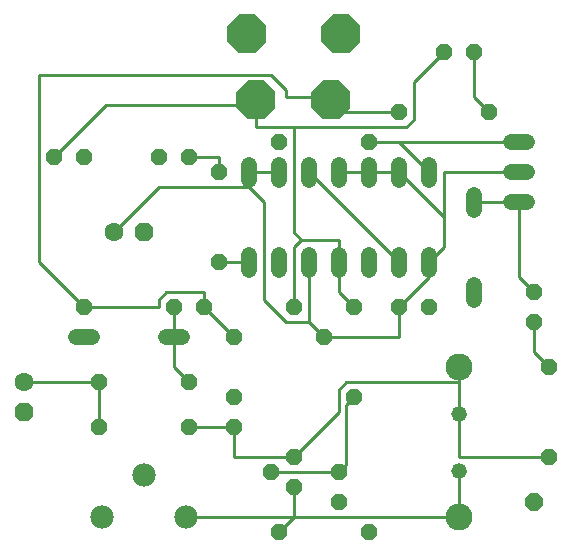
<source format=gtl>
G75*
%MOIN*%
%OFA0B0*%
%FSLAX24Y24*%
%IPPOS*%
%LPD*%
%AMOC8*
5,1,8,0,0,1.08239X$1,22.5*
%
%ADD10C,0.0780*%
%ADD11OC8,0.0520*%
%ADD12OC8,0.0630*%
%ADD13C,0.0630*%
%ADD14C,0.0520*%
%ADD15OC8,0.1300*%
%ADD16C,0.0900*%
%ADD17C,0.0520*%
%ADD18OC8,0.0600*%
%ADD19C,0.0100*%
D10*
X005280Y002180D03*
X006680Y003580D03*
X008080Y002180D03*
D11*
X010930Y003680D03*
X011680Y003180D03*
X011680Y004180D03*
X013180Y003680D03*
X013180Y002680D03*
X014180Y001680D03*
X011180Y001680D03*
X009680Y005180D03*
X009680Y006180D03*
X008180Y006680D03*
X009680Y008180D03*
X008680Y009180D03*
X007680Y009180D03*
X009180Y010680D03*
X011680Y009180D03*
X012680Y008180D03*
X013680Y009180D03*
X015180Y009180D03*
X016180Y009180D03*
X019680Y008680D03*
X019680Y009680D03*
X020180Y007180D03*
X020180Y004180D03*
X013680Y006180D03*
X008180Y005180D03*
X005180Y005180D03*
X005180Y006680D03*
X004680Y009180D03*
X009180Y013680D03*
X008180Y014180D03*
X007180Y014180D03*
X004680Y014180D03*
X003680Y014180D03*
X011180Y014680D03*
X014180Y014680D03*
X015180Y015680D03*
X016680Y017680D03*
X017680Y017680D03*
X018180Y015680D03*
D12*
X006680Y011680D03*
X002680Y005680D03*
D13*
X002680Y006680D03*
X005680Y011680D03*
D14*
X004940Y008180D02*
X004420Y008180D01*
X007420Y008180D02*
X007940Y008180D01*
X010180Y010420D02*
X010180Y010940D01*
X011180Y010940D02*
X011180Y010420D01*
X012180Y010420D02*
X012180Y010940D01*
X013180Y010940D02*
X013180Y010420D01*
X014180Y010420D02*
X014180Y010940D01*
X015180Y010940D02*
X015180Y010420D01*
X016180Y010420D02*
X016180Y010940D01*
X017680Y009940D02*
X017680Y009420D01*
X017680Y012420D02*
X017680Y012940D01*
X018920Y012680D02*
X019440Y012680D01*
X019440Y013680D02*
X018920Y013680D01*
X018920Y014680D02*
X019440Y014680D01*
X016180Y013940D02*
X016180Y013420D01*
X015180Y013420D02*
X015180Y013940D01*
X014180Y013940D02*
X014180Y013420D01*
X013180Y013420D02*
X013180Y013940D01*
X012180Y013940D02*
X012180Y013420D01*
X011180Y013420D02*
X011180Y013940D01*
X010180Y013940D02*
X010180Y013420D01*
D15*
X010430Y016080D03*
X010118Y018280D03*
X012930Y016080D03*
X013243Y018280D03*
D16*
X017180Y007180D03*
X017180Y002180D03*
D17*
X017180Y003730D03*
X017180Y005630D03*
D18*
X019680Y002680D03*
D19*
X020180Y004180D02*
X017180Y004180D01*
X017180Y005630D01*
X017180Y006680D01*
X013430Y006680D01*
X013180Y006430D01*
X013180Y005680D01*
X011680Y004180D01*
X009680Y004180D01*
X009680Y005180D01*
X008180Y005180D01*
X008180Y006680D02*
X007680Y007180D01*
X007680Y008180D01*
X007680Y009180D01*
X007180Y009180D02*
X007180Y009430D01*
X007430Y009680D01*
X008680Y009680D01*
X008680Y009180D01*
X009680Y008180D01*
X010680Y009430D02*
X011430Y008680D01*
X012180Y008680D01*
X012180Y010680D01*
X011680Y011180D02*
X011930Y011430D01*
X011680Y011680D01*
X011680Y015180D01*
X015430Y015180D01*
X015680Y015430D01*
X015680Y016680D01*
X016680Y017680D01*
X017680Y017680D02*
X017680Y016180D01*
X018180Y015680D01*
X019180Y014680D02*
X015180Y014680D01*
X014180Y014680D01*
X015180Y014680D02*
X016180Y013680D01*
X016680Y013680D02*
X016680Y012180D01*
X015180Y013680D01*
X014180Y013680D01*
X013180Y013680D01*
X012180Y013680D02*
X015180Y010680D01*
X016180Y010680D02*
X016180Y010180D01*
X015180Y009180D01*
X015180Y008180D01*
X012680Y008180D01*
X012180Y008680D01*
X011680Y009180D02*
X011680Y011180D01*
X011930Y011430D02*
X013180Y011430D01*
X013180Y010680D01*
X013180Y009680D01*
X013680Y009180D01*
X016180Y010680D02*
X016680Y011180D01*
X016680Y012180D01*
X017680Y012680D02*
X019180Y012680D01*
X019180Y010180D01*
X019680Y009680D01*
X019680Y008680D02*
X019680Y007680D01*
X020180Y007180D01*
X017180Y007180D02*
X017180Y006680D01*
X017180Y003730D02*
X017180Y002180D01*
X011680Y002180D01*
X008080Y002180D01*
X010930Y003680D02*
X013180Y003680D01*
X013430Y003930D01*
X013430Y005930D01*
X013680Y006180D01*
X011680Y003180D02*
X011680Y002180D01*
X011180Y001680D01*
X005180Y005180D02*
X005180Y006680D01*
X002680Y006680D01*
X004680Y009180D02*
X003180Y010680D01*
X003180Y016930D01*
X010930Y016930D01*
X011430Y016430D01*
X011430Y016180D01*
X012930Y016180D01*
X012930Y016080D01*
X012930Y015680D01*
X015180Y015680D01*
X016680Y013680D02*
X019180Y013680D01*
X011680Y015180D02*
X010430Y015180D01*
X010430Y015930D01*
X010430Y016080D01*
X010430Y015930D02*
X005430Y015930D01*
X003680Y014180D01*
X005680Y011680D02*
X007180Y013180D01*
X010180Y013180D01*
X010180Y013680D01*
X011180Y013680D01*
X010680Y012680D02*
X010180Y013180D01*
X010680Y012680D02*
X010680Y009430D01*
X010180Y010680D02*
X009180Y010680D01*
X007180Y009180D02*
X004680Y009180D01*
X009180Y013680D02*
X009180Y014180D01*
X008180Y014180D01*
M02*

</source>
